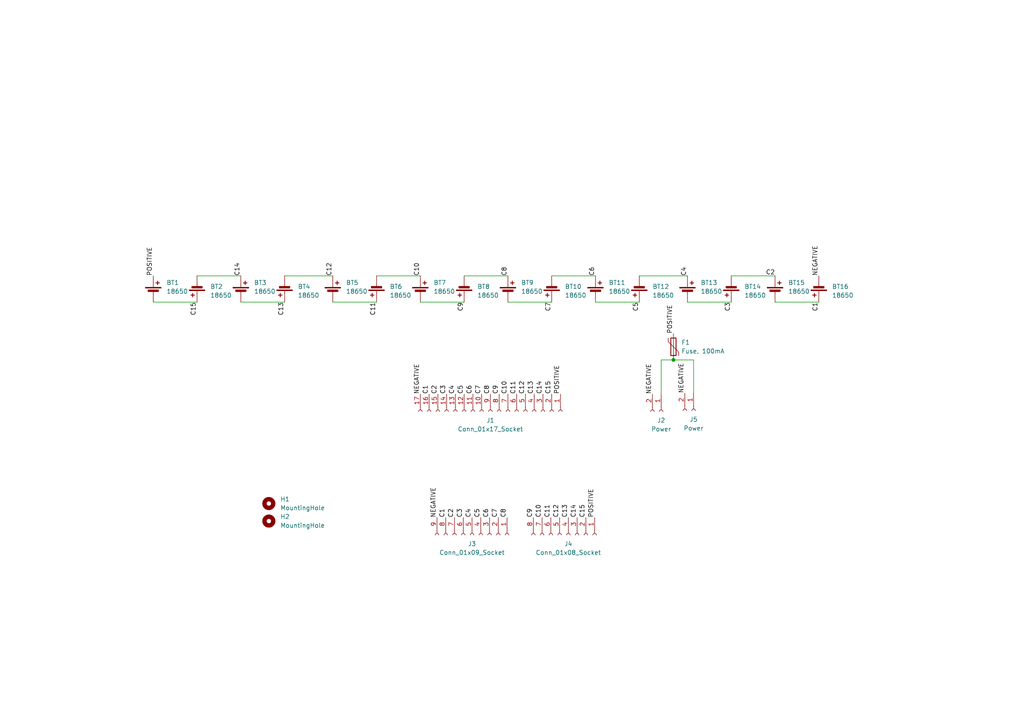
<source format=kicad_sch>
(kicad_sch (version 20230121) (generator eeschema)
  (paper "A4")
  (lib_symbols
    (symbol "Connector:Conn_01x02_Socket" (pin_names (offset 1.016) hide)
      (property "Reference" "J" (at 0 2.54 0))
      (property "Value" "Conn_01x02_Socket" (at 0 -5.08 0))
      (symbol "Conn_01x02_Socket_1_1"
        (arc (start 0 -2.032) (mid -0.5058 -2.54) (end 0 -3.048) (stroke (width 0.1524)))
        (polyline (pts (xy -1.27 -2.54) (xy -0.508 -2.54)) (stroke (width 0.1524)))
        (polyline (pts (xy -1.27 0) (xy -0.508 0)) (stroke (width 0.1524)))
        (arc (start 0 0.508) (mid -0.5058 0) (end 0 -0.508) (stroke (width 0.1524)))
        (pin passive line (at -5.08 0 0) (length 3.81) (name "Pin_1") (number "1"))
        (pin passive line (at -5.08 -2.54 0) (length 3.81) (name "Pin_2") (number "2"))
      )
    )
    (symbol "Connector:Conn_01x08_Socket" (pin_names (offset 1.016) hide)
      (property "Reference" "J" (at 0 10.16 0))
      (property "Value" "Conn_01x08_Socket" (at 0 -12.7 0))
      (symbol "Conn_01x08_Socket_1_1"
        (arc (start 0 -9.652) (mid -0.5058 -10.16) (end 0 -10.668) (stroke (width 0.1524)))
        (arc (start 0 -7.112) (mid -0.5058 -7.62) (end 0 -8.128) (stroke (width 0.1524)))
        (arc (start 0 -4.572) (mid -0.5058 -5.08) (end 0 -5.588) (stroke (width 0.1524)))
        (arc (start 0 -2.032) (mid -0.5058 -2.54) (end 0 -3.048) (stroke (width 0.1524)))
        (polyline (pts (xy -1.27 -10.16) (xy -0.508 -10.16)) (stroke (width 0.1524)))
        (polyline (pts (xy -1.27 -7.62) (xy -0.508 -7.62)) (stroke (width 0.1524)))
        (polyline (pts (xy -1.27 -5.08) (xy -0.508 -5.08)) (stroke (width 0.1524)))
        (polyline (pts (xy -1.27 -2.54) (xy -0.508 -2.54)) (stroke (width 0.1524)))
        (polyline (pts (xy -1.27 0) (xy -0.508 0)) (stroke (width 0.1524)))
        (polyline (pts (xy -1.27 2.54) (xy -0.508 2.54)) (stroke (width 0.1524)))
        (polyline (pts (xy -1.27 5.08) (xy -0.508 5.08)) (stroke (width 0.1524)))
        (polyline (pts (xy -1.27 7.62) (xy -0.508 7.62)) (stroke (width 0.1524)))
        (arc (start 0 0.508) (mid -0.5058 0) (end 0 -0.508) (stroke (width 0.1524)))
        (arc (start 0 3.048) (mid -0.5058 2.54) (end 0 2.032) (stroke (width 0.1524)))
        (arc (start 0 5.588) (mid -0.5058 5.08) (end 0 4.572) (stroke (width 0.1524)))
        (arc (start 0 8.128) (mid -0.5058 7.62) (end 0 7.112) (stroke (width 0.1524)))
        (pin passive line (at -5.08 7.62 0) (length 3.81) (name "Pin_1") (number "1"))
        (pin passive line (at -5.08 5.08 0) (length 3.81) (name "Pin_2") (number "2"))
        (pin passive line (at -5.08 2.54 0) (length 3.81) (name "Pin_3") (number "3"))
        (pin passive line (at -5.08 0 0) (length 3.81) (name "Pin_4") (number "4"))
        (pin passive line (at -5.08 -2.54 0) (length 3.81) (name "Pin_5") (number "5"))
        (pin passive line (at -5.08 -5.08 0) (length 3.81) (name "Pin_6") (number "6"))
        (pin passive line (at -5.08 -7.62 0) (length 3.81) (name "Pin_7") (number "7"))
        (pin passive line (at -5.08 -10.16 0) (length 3.81) (name "Pin_8") (number "8"))
      )
    )
    (symbol "Connector:Conn_01x09_Socket" (pin_names (offset 1.016) hide)
      (property "Reference" "J" (at 0 12.7 0))
      (property "Value" "Conn_01x09_Socket" (at 0 -12.7 0))
      (symbol "Conn_01x09_Socket_1_1"
        (arc (start 0 -9.652) (mid -0.5058 -10.16) (end 0 -10.668) (stroke (width 0.1524)))
        (arc (start 0 -7.112) (mid -0.5058 -7.62) (end 0 -8.128) (stroke (width 0.1524)))
        (arc (start 0 -4.572) (mid -0.5058 -5.08) (end 0 -5.588) (stroke (width 0.1524)))
        (arc (start 0 -2.032) (mid -0.5058 -2.54) (end 0 -3.048) (stroke (width 0.1524)))
        (polyline (pts (xy -1.27 -10.16) (xy -0.508 -10.16)) (stroke (width 0.1524)))
        (polyline (pts (xy -1.27 -7.62) (xy -0.508 -7.62)) (stroke (width 0.1524)))
        (polyline (pts (xy -1.27 -5.08) (xy -0.508 -5.08)) (stroke (width 0.1524)))
        (polyline (pts (xy -1.27 -2.54) (xy -0.508 -2.54)) (stroke (width 0.1524)))
        (polyline (pts (xy -1.27 0) (xy -0.508 0)) (stroke (width 0.1524)))
        (polyline (pts (xy -1.27 2.54) (xy -0.508 2.54)) (stroke (width 0.1524)))
        (polyline (pts (xy -1.27 5.08) (xy -0.508 5.08)) (stroke (width 0.1524)))
        (polyline (pts (xy -1.27 7.62) (xy -0.508 7.62)) (stroke (width 0.1524)))
        (polyline (pts (xy -1.27 10.16) (xy -0.508 10.16)) (stroke (width 0.1524)))
        (arc (start 0 0.508) (mid -0.5058 0) (end 0 -0.508) (stroke (width 0.1524)))
        (arc (start 0 3.048) (mid -0.5058 2.54) (end 0 2.032) (stroke (width 0.1524)))
        (arc (start 0 5.588) (mid -0.5058 5.08) (end 0 4.572) (stroke (width 0.1524)))
        (arc (start 0 8.128) (mid -0.5058 7.62) (end 0 7.112) (stroke (width 0.1524)))
        (arc (start 0 10.668) (mid -0.5058 10.16) (end 0 9.652) (stroke (width 0.1524)))
        (pin passive line (at -5.08 10.16 0) (length 3.81) (name "Pin_1") (number "1"))
        (pin passive line (at -5.08 7.62 0) (length 3.81) (name "Pin_2") (number "2"))
        (pin passive line (at -5.08 5.08 0) (length 3.81) (name "Pin_3") (number "3"))
        (pin passive line (at -5.08 2.54 0) (length 3.81) (name "Pin_4") (number "4"))
        (pin passive line (at -5.08 0 0) (length 3.81) (name "Pin_5") (number "5"))
        (pin passive line (at -5.08 -2.54 0) (length 3.81) (name "Pin_6") (number "6"))
        (pin passive line (at -5.08 -5.08 0) (length 3.81) (name "Pin_7") (number "7"))
        (pin passive line (at -5.08 -7.62 0) (length 3.81) (name "Pin_8") (number "8"))
        (pin passive line (at -5.08 -10.16 0) (length 3.81) (name "Pin_9") (number "9"))
      )
    )
    (symbol "Connector:Conn_01x17_Socket" (pin_names (offset 1.016) hide)
      (property "Reference" "J" (at 0 22.86 0))
      (property "Value" "Conn_01x17_Socket" (at 0 -22.86 0))
      (symbol "Conn_01x17_Socket_1_1"
        (arc (start 0 -19.812) (mid -0.5058 -20.32) (end 0 -20.828) (stroke (width 0.1524)))
        (arc (start 0 -17.272) (mid -0.5058 -17.78) (end 0 -18.288) (stroke (width 0.1524)))
        (arc (start 0 -14.732) (mid -0.5058 -15.24) (end 0 -15.748) (stroke (width 0.1524)))
        (arc (start 0 -12.192) (mid -0.5058 -12.7) (end 0 -13.208) (stroke (width 0.1524)))
        (arc (start 0 -9.652) (mid -0.5058 -10.16) (end 0 -10.668) (stroke (width 0.1524)))
        (arc (start 0 -7.112) (mid -0.5058 -7.62) (end 0 -8.128) (stroke (width 0.1524)))
        (arc (start 0 -4.572) (mid -0.5058 -5.08) (end 0 -5.588) (stroke (width 0.1524)))
        (arc (start 0 -2.032) (mid -0.5058 -2.54) (end 0 -3.048) (stroke (width 0.1524)))
        (polyline (pts (xy -1.27 -20.32) (xy -0.508 -20.32)) (stroke (width 0.1524)))
        (polyline (pts (xy -1.27 -17.78) (xy -0.508 -17.78)) (stroke (width 0.1524)))
        (polyline (pts (xy -1.27 -15.24) (xy -0.508 -15.24)) (stroke (width 0.1524)))
        (polyline (pts (xy -1.27 -12.7) (xy -0.508 -12.7)) (stroke (width 0.1524)))
        (polyline (pts (xy -1.27 -10.16) (xy -0.508 -10.16)) (stroke (width 0.1524)))
        (polyline (pts (xy -1.27 -7.62) (xy -0.508 -7.62)) (stroke (width 0.1524)))
        (polyline (pts (xy -1.27 -5.08) (xy -0.508 -5.08)) (stroke (width 0.1524)))
        (polyline (pts (xy -1.27 -2.54) (xy -0.508 -2.54)) (stroke (width 0.1524)))
        (polyline (pts (xy -1.27 0) (xy -0.508 0)) (stroke (width 0.1524)))
        (polyline (pts (xy -1.27 2.54) (xy -0.508 2.54)) (stroke (width 0.1524)))
        (polyline (pts (xy -1.27 5.08) (xy -0.508 5.08)) (stroke (width 0.1524)))
        (polyline (pts (xy -1.27 7.62) (xy -0.508 7.62)) (stroke (width 0.1524)))
        (polyline (pts (xy -1.27 10.16) (xy -0.508 10.16)) (stroke (width 0.1524)))
        (polyline (pts (xy -1.27 12.7) (xy -0.508 12.7)) (stroke (width 0.1524)))
        (polyline (pts (xy -1.27 15.24) (xy -0.508 15.24)) (stroke (width 0.1524)))
        (polyline (pts (xy -1.27 17.78) (xy -0.508 17.78)) (stroke (width 0.1524)))
        (polyline (pts (xy -1.27 20.32) (xy -0.508 20.32)) (stroke (width 0.1524)))
        (arc (start 0 0.508) (mid -0.5058 0) (end 0 -0.508) (stroke (width 0.1524)))
        (arc (start 0 3.048) (mid -0.5058 2.54) (end 0 2.032) (stroke (width 0.1524)))
        (arc (start 0 5.588) (mid -0.5058 5.08) (end 0 4.572) (stroke (width 0.1524)))
        (arc (start 0 8.128) (mid -0.5058 7.62) (end 0 7.112) (stroke (width 0.1524)))
        (arc (start 0 10.668) (mid -0.5058 10.16) (end 0 9.652) (stroke (width 0.1524)))
        (arc (start 0 13.208) (mid -0.5058 12.7) (end 0 12.192) (stroke (width 0.1524)))
        (arc (start 0 15.748) (mid -0.5058 15.24) (end 0 14.732) (stroke (width 0.1524)))
        (arc (start 0 18.288) (mid -0.5058 17.78) (end 0 17.272) (stroke (width 0.1524)))
        (arc (start 0 20.828) (mid -0.5058 20.32) (end 0 19.812) (stroke (width 0.1524)))
        (pin passive line (at -5.08 20.32 0) (length 3.81) (name "Pin_1") (number "1"))
        (pin passive line (at -5.08 -2.54 0) (length 3.81) (name "Pin_10") (number "10"))
        (pin passive line (at -5.08 -5.08 0) (length 3.81) (name "Pin_11") (number "11"))
        (pin passive line (at -5.08 -7.62 0) (length 3.81) (name "Pin_12") (number "12"))
        (pin passive line (at -5.08 -10.16 0) (length 3.81) (name "Pin_13") (number "13"))
        (pin passive line (at -5.08 -12.7 0) (length 3.81) (name "Pin_14") (number "14"))
        (pin passive line (at -5.08 -15.24 0) (length 3.81) (name "Pin_15") (number "15"))
        (pin passive line (at -5.08 -17.78 0) (length 3.81) (name "Pin_16") (number "16"))
        (pin passive line (at -5.08 -20.32 0) (length 3.81) (name "Pin_17") (number "17"))
        (pin passive line (at -5.08 17.78 0) (length 3.81) (name "Pin_2") (number "2"))
        (pin passive line (at -5.08 15.24 0) (length 3.81) (name "Pin_3") (number "3"))
        (pin passive line (at -5.08 12.7 0) (length 3.81) (name "Pin_4") (number "4"))
        (pin passive line (at -5.08 10.16 0) (length 3.81) (name "Pin_5") (number "5"))
        (pin passive line (at -5.08 7.62 0) (length 3.81) (name "Pin_6") (number "6"))
        (pin passive line (at -5.08 5.08 0) (length 3.81) (name "Pin_7") (number "7"))
        (pin passive line (at -5.08 2.54 0) (length 3.81) (name "Pin_8") (number "8"))
        (pin passive line (at -5.08 0 0) (length 3.81) (name "Pin_9") (number "9"))
      )
    )
    (symbol "Device:Battery_Cell" (pin_numbers hide) (pin_names (offset 0) hide)
      (property "Reference" "BT" (at 2.54 2.54 0))
      (property "Value" "Battery_Cell" (at 2.54 0 0))
      (symbol "Battery_Cell_0_1"
        (rectangle (start -2.286 1.778) (end 2.286 1.524) (fill (type outline)))
        (rectangle (start -1.524 1.016) (end 1.524 0.508) (fill (type outline)))
        (polyline (pts (xy 0 0.762) (xy 0 0)))
        (polyline (pts (xy 0 1.778) (xy 0 2.54)))
        (polyline (pts (xy 0.762 3.048) (xy 1.778 3.048)) (stroke (width 0.254)))
        (polyline (pts (xy 1.27 3.556) (xy 1.27 2.54)) (stroke (width 0.254)))
      )
      (symbol "Battery_Cell_1_1"
        (pin passive line (at 0 5.08 270) (length 2.54) (name "+") (number "1"))
        (pin passive line (at 0 -2.54 90) (length 2.54) (name "-") (number "2"))
      )
    )
    (symbol "Device:Polyfuse" (pin_numbers hide) (pin_names (offset 0))
      (property "Reference" "F" (at -2.54 0 90))
      (property "Value" "Polyfuse" (at 2.54 0 90))
      (symbol "Polyfuse_0_1"
        (rectangle (start -0.762 2.54) (end 0.762 -2.54) (stroke (width 0.254)))
        (polyline (pts (xy 0 2.54) (xy 0 -2.54)))
        (polyline (pts (xy -1.524 2.54) (xy -1.524 1.524) (xy 1.524 -1.524) (xy 1.524 -2.54)))
      )
      (symbol "Polyfuse_1_1"
        (pin passive line (at 0 3.81 270) (length 1.27) (name "~") (number "1"))
        (pin passive line (at 0 -3.81 90) (length 1.27) (name "~") (number "2"))
      )
    )
    (symbol "Mechanical:MountingHole" (pin_names (offset 1.016))
      (property "Reference" "H" (at 0 5.08 0))
      (property "Value" "MountingHole" (at 0 3.175 0))
      (symbol "MountingHole_0_1"
        (circle (center 0 0) (radius 1.27) (stroke (width 1.27)))
      )
    )
  )
  (junction (at 195.326 104.394))
  (wire (pts (xy 160.02 80.01) (xy 172.72 80.01)))
  (wire (pts (xy 69.85 87.63) (xy 82.55 87.63)))
  (wire (pts (xy 201.168 104.394) (xy 201.168 114.046)))
  (wire (pts (xy 172.72 87.63) (xy 185.42 87.63)))
  (wire (pts (xy 57.15 80.01) (xy 69.85 80.01)))
  (wire (pts (xy 191.77 104.394) (xy 195.326 104.394)))
  (wire (pts (xy 121.92 87.63) (xy 134.62 87.63)))
  (wire (pts (xy 185.42 80.01) (xy 199.39 80.01)))
  (wire (pts (xy 44.45 87.63) (xy 57.15 87.63)))
  (wire (pts (xy 195.326 104.394) (xy 201.168 104.394)))
  (wire (pts (xy 147.32 87.63) (xy 160.02 87.63)))
  (wire (pts (xy 109.22 80.01) (xy 121.92 80.01)))
  (wire (pts (xy 134.62 80.01) (xy 147.32 80.01)))
  (wire (pts (xy 224.79 87.63) (xy 237.49 87.63)))
  (wire (pts (xy 199.39 87.63) (xy 212.09 87.63)))
  (wire (pts (xy 82.55 80.01) (xy 96.52 80.01)))
  (wire (pts (xy 191.77 114.3) (xy 191.77 104.394)))
  (wire (pts (xy 212.09 80.01) (xy 224.79 80.01)))
  (wire (pts (xy 96.52 87.63) (xy 109.22 87.63)))
  (label "NEGATIVE" (at 121.92 114.3 90))
  (label "C4" (at 132.08 114.3 90))
  (label "NEGATIVE" (at 126.746 150.114 90))
  (label "NEGATIVE" (at 198.628 114.046 90))
  (label "C6" (at 172.72 80.01 90))
  (label "C4" (at 199.39 80.01 90))
  (label "C8" (at 147.32 80.01 90))
  (label "C11" (at 109.22 87.63 270))
  (label "NEGATIVE" (at 237.49 80.01 90))
  (label "C15" (at 160.02 114.3 90))
  (label "C3" (at 134.366 150.114 90))
  (label "C11" (at 149.86 114.3 90))
  (label "C13" (at 154.94 114.3 90))
  (label "C2" (at 224.79 80.01 180))
  (label "C15" (at 169.926 150.114 90))
  (label "C5" (at 134.62 114.3 90))
  (label "C14" (at 69.85 80.01 90))
  (label "POSITIVE" (at 172.466 150.114 90))
  (label "C8" (at 147.066 150.114 90))
  (label "C14" (at 167.386 150.114 90))
  (label "C5" (at 185.42 87.63 270))
  (label "C4" (at 136.906 150.114 90))
  (label "C12" (at 96.52 80.01 90))
  (label "C7" (at 160.02 87.63 270))
  (label "C1" (at 237.49 87.63 270))
  (label "C13" (at 82.55 87.63 270))
  (label "C10" (at 157.226 150.114 90))
  (label "POSITIVE" (at 44.45 80.01 90))
  (label "C3" (at 129.54 114.3 90))
  (label "C12" (at 152.4 114.3 90))
  (label "C8" (at 142.24 114.3 90))
  (label "C5" (at 139.446 150.114 90))
  (label "C1" (at 129.286 150.114 90))
  (label "C2" (at 127 114.3 90))
  (label "C15" (at 57.15 87.63 270))
  (label "C9" (at 144.78 114.3 90))
  (label "C6" (at 141.986 150.114 90))
  (label "C2" (at 131.826 150.114 90))
  (label "C3" (at 212.09 87.63 270))
  (label "NEGATIVE" (at 189.23 114.3 90))
  (label "C9" (at 154.686 150.114 90))
  (label "POSITIVE" (at 195.326 96.774 90))
  (label "C7" (at 139.7 114.3 90))
  (label "C1" (at 124.46 114.3 90))
  (label "C11" (at 159.766 150.114 90))
  (label "C13" (at 164.846 150.114 90))
  (label "POSITIVE" (at 162.56 114.3 90))
  (label "C9" (at 134.62 87.63 270))
  (label "C7" (at 144.526 150.114 90))
  (label "C6" (at 137.16 114.3 90))
  (label "C14" (at 157.48 114.3 90))
  (label "C10" (at 121.92 80.01 90))
  (label "C12" (at 162.306 150.114 90))
  (label "C10" (at 147.32 114.3 90))
  (symbol (lib_id "Device:Battery_Cell") (at 160.02 82.55 180) (unit 1)
    (property "Reference" "BT10" (at 163.83 83.1215 0) (effects (justify right)))
    (property "Value" "18650" (at 163.83 85.6615 0) (effects (justify right)))
    (property "Footprint" "MYOUNG:MY-18650-01" (effects hide))
  )
  (symbol (lib_id "Device:Battery_Cell") (at 109.22 82.55 180) (unit 1)
    (property "Reference" "BT6" (at 113.03 83.1215 0) (effects (justify right)))
    (property "Value" "18650" (at 113.03 85.6615 0) (effects (justify right)))
    (property "Footprint" "MYOUNG:MY-18650-01" (effects hide))
  )
  (symbol (lib_id "Device:Polyfuse") (at 195.326 100.584 0) (unit 1)
    (property "Reference" "F1" (at 197.612 99.314 0) (effects (justify left)))
    (property "Value" "Fuse, 100mA" (at 197.612 101.854 0) (effects (justify left)))
    (property "Footprint" "Fuse:Fuse_Bourns_MF-RHT100" (effects hide))
    (property "Datasheet" "https://datasheet.lcsc.com/lcsc/2304140030_Jinrui-Electronic-Materials-Co--JK250-100U_C2680606.pdf" (effects hide))
    (property "PartNumber" "JK250-100U" (effects hide))
    (property "LCSCStockCode" "C2680606" (effects hide))
  )
  (symbol (lib_id "Connector:Conn_01x02_Socket") (at 191.77 119.38 270) (unit 1)
    (property "Reference" "J2" (at 191.77 121.92 90))
    (property "Value" "Power" (at 191.77 124.46 90))
    (property "Footprint" "Connector_Phoenix_MC:PhoenixContact_MC_1,5_2-G-3.81_1x02_P3.81mm_Horizontal" (effects hide))
    (property "PartNumber" "WJ15EDGRC-3.81-2P" (effects hide))
    (property "LCSCStockCode" "C8387" (effects hide))
  )
  (symbol (lib_id "Connector:Conn_01x02_Socket") (at 201.168 119.126 270) (unit 1)
    (property "Reference" "J5" (at 201.168 121.666 90))
    (property "Value" "Power" (at 201.168 124.206 90))
    (property "Footprint" "Connector_Phoenix_MC:PhoenixContact_MC_1,5_2-G-3.81_1x02_P3.81mm_Horizontal" (effects hide))
    (property "PartNumber" "WJ15EDGRC-3.81-2P" (effects hide))
    (property "LCSCStockCode" "C8387" (effects hide))
  )
  (symbol (lib_id "Device:Battery_Cell") (at 57.15 82.55 180) (unit 1)
    (property "Reference" "BT2" (at 60.96 83.1215 0) (effects (justify right)))
    (property "Value" "18650" (at 60.96 85.6615 0) (effects (justify right)))
    (property "Footprint" "MYOUNG:MY-18650-01" (effects hide))
  )
  (symbol (lib_id "Connector:Conn_01x17_Socket") (at 142.24 119.38 270) (unit 1)
    (property "Reference" "J1" (at 142.24 121.92 90))
    (property "Value" "Conn_01x17_Socket" (at 142.24 124.46 90))
    (property "Footprint" "Ningbo Kangnex Elec:WJ15EDGRC-3.81-17P" (effects hide))
    (property "PartNumber" "WJ15EDGRC-3.81-17P" (effects hide))
    (property "LCSCStockCode" "C489980" (effects hide))
  )
  (symbol (lib_id "Device:Battery_Cell") (at 172.72 85.09 0) (unit 1)
    (property "Reference" "BT11" (at 176.53 81.9785 0) (effects (justify left)))
    (property "Value" "18650" (at 176.53 84.5185 0) (effects (justify left)))
    (property "Footprint" "MYOUNG:MY-18650-01" (effects hide))
  )
  (symbol (lib_id "Device:Battery_Cell") (at 147.32 85.09 0) (unit 1)
    (property "Reference" "BT9" (at 151.13 81.9785 0) (effects (justify left)))
    (property "Value" "18650" (at 151.13 84.5185 0) (effects (justify left)))
    (property "Footprint" "MYOUNG:MY-18650-01" (effects hide))
  )
  (symbol (lib_id "Device:Battery_Cell") (at 212.09 82.55 180) (unit 1)
    (property "Reference" "BT14" (at 215.9 83.1215 0) (effects (justify right)))
    (property "Value" "18650" (at 215.9 85.6615 0) (effects (justify right)))
    (property "Footprint" "MYOUNG:MY-18650-01" (effects hide))
  )
  (symbol (lib_id "Device:Battery_Cell") (at 44.45 85.09 0) (unit 1)
    (property "Reference" "BT1" (at 48.26 81.9785 0) (effects (justify left)))
    (property "Value" "18650" (at 48.26 84.5185 0) (effects (justify left)))
    (property "Footprint" "MYOUNG:MY-18650-01" (effects hide))
  )
  (symbol (lib_id "Device:Battery_Cell") (at 199.39 85.09 0) (unit 1)
    (property "Reference" "BT13" (at 203.2 81.9785 0) (effects (justify left)))
    (property "Value" "18650" (at 203.2 84.5185 0) (effects (justify left)))
    (property "Footprint" "MYOUNG:MY-18650-01" (effects hide))
  )
  (symbol (lib_id "Device:Battery_Cell") (at 121.92 85.09 0) (unit 1)
    (property "Reference" "BT7" (at 125.73 81.9785 0) (effects (justify left)))
    (property "Value" "18650" (at 125.73 84.5185 0) (effects (justify left)))
    (property "Footprint" "MYOUNG:MY-18650-01" (effects hide))
  )
  (symbol (lib_id "Device:Battery_Cell") (at 237.49 82.55 180) (unit 1)
    (property "Reference" "BT16" (at 241.3 83.1215 0) (effects (justify right)))
    (property "Value" "18650" (at 241.3 85.6615 0) (effects (justify right)))
    (property "Footprint" "MYOUNG:MY-18650-01" (effects hide))
  )
  (symbol (lib_id "Device:Battery_Cell") (at 224.79 85.09 0) (unit 1)
    (property "Reference" "BT15" (at 228.6 81.9785 0) (effects (justify left)))
    (property "Value" "18650" (at 228.6 84.5185 0) (effects (justify left)))
    (property "Footprint" "MYOUNG:MY-18650-01" (effects hide))
  )
  (symbol (lib_id "Mechanical:MountingHole") (at 77.978 151.13 0) (unit 1)
    (property "Reference" "H2" (at 81.28 149.86 0) (effects (justify left)))
    (property "Value" "MountingHole" (at 81.28 152.4 0) (effects (justify left)))
    (property "Footprint" "MountingHole:MountingHole_3.5mm" (effects hide))
  )
  (symbol (lib_id "Connector:Conn_01x09_Socket") (at 136.906 155.194 270) (unit 1)
    (property "Reference" "J3" (at 136.906 157.734 90))
    (property "Value" "Conn_01x09_Socket" (at 136.906 160.274 90))
    (property "Footprint" "Connector_JST:JST_VH_B9P-VH_1x09_P3.96mm_Vertical" (effects hide))
    (property "PartNumber" "B9P-VH(LF)(SN)" (effects hide))
    (property "LCSCStockCode" "C160321" (effects hide))
  )
  (symbol (lib_id "Device:Battery_Cell") (at 69.85 85.09 0) (unit 1)
    (property "Reference" "BT3" (at 73.66 81.9785 0) (effects (justify left)))
    (property "Value" "18650" (at 73.66 84.5185 0) (effects (justify left)))
    (property "Footprint" "MYOUNG:MY-18650-01" (effects hide))
  )
  (symbol (lib_id "Connector:Conn_01x08_Socket") (at 164.846 155.194 270) (unit 1)
    (property "Reference" "J4" (at 164.846 157.734 90))
    (property "Value" "Conn_01x08_Socket" (at 164.846 160.274 90))
    (property "Footprint" "Connector_JST:JST_VH_B8P-VH_1x08_P3.96mm_Vertical" (effects hide))
    (property "PartNumber" "B8P-VH(LF)(SN)" (effects hide))
    (property "LCSCStockCode" "C160320" (effects hide))
  )
  (symbol (lib_id "Device:Battery_Cell") (at 96.52 85.09 0) (unit 1)
    (property "Reference" "BT5" (at 100.33 81.9785 0) (effects (justify left)))
    (property "Value" "18650" (at 100.33 84.5185 0) (effects (justify left)))
    (property "Footprint" "MYOUNG:MY-18650-01" (effects hide))
  )
  (symbol (lib_id "Device:Battery_Cell") (at 82.55 82.55 180) (unit 1)
    (property "Reference" "BT4" (at 86.36 83.1215 0) (effects (justify right)))
    (property "Value" "18650" (at 86.36 85.6615 0) (effects (justify right)))
    (property "Footprint" "MYOUNG:MY-18650-01" (effects hide))
  )
  (symbol (lib_id "Device:Battery_Cell") (at 134.62 82.55 180) (unit 1)
    (property "Reference" "BT8" (at 138.43 83.1215 0) (effects (justify right)))
    (property "Value" "18650" (at 138.43 85.6615 0) (effects (justify right)))
    (property "Footprint" "MYOUNG:MY-18650-01" (effects hide))
  )
  (symbol (lib_id "Mechanical:MountingHole") (at 77.978 146.05 0) (unit 1)
    (property "Reference" "H1" (at 81.28 144.78 0) (effects (justify left)))
    (property "Value" "MountingHole" (at 81.28 147.32 0) (effects (justify left)))
    (property "Footprint" "MountingHole:MountingHole_3.5mm" (effects hide))
  )
  (symbol (lib_id "Device:Battery_Cell") (at 185.42 82.55 180) (unit 1)
    (property "Reference" "BT12" (at 189.23 83.1215 0) (effects (justify right)))
    (property "Value" "18650" (at 189.23 85.6615 0) (effects (justify right)))
    (property "Footprint" "MYOUNG:MY-18650-01" (effects hide))
  )
)
</source>
